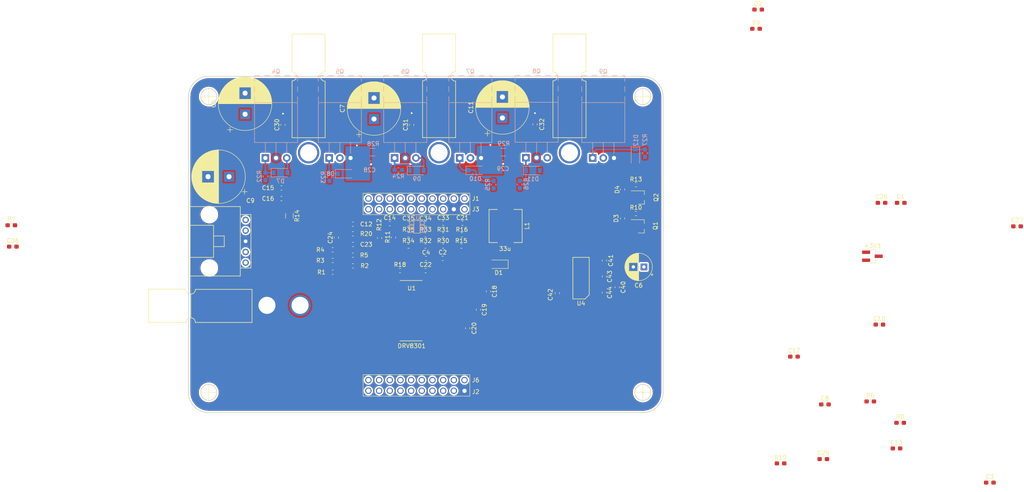
<source format=kicad_pcb>
(kicad_pcb (version 20171130) (host pcbnew "(5.1.2)-1")
  (layers (0 F.Cu signal) (1 In1.Cu signal) (2 In2.Cu signal) (31 B.Cu signal) (34 B.Paste user) (35 F.Paste user) (36 B.SilkS user) (37 F.SilkS user) (38 B.Mask user) (39 F.Mask user) (44 Edge.Cuts user))
  (net 0 "")
  (net 1 "Net-(C13-Pad2)")
  (net 2 "Net-(C16-Pad2)")
  (net 3 "Net-(C17-Pad1)")
  (net 4 "Net-(C17-Pad2)")
  (net 5 "Net-(C18-Pad1)")
  (net 6 "Net-(C19-Pad1)")
  (net 7 "Net-(C20-Pad1)")
  (net 8 "Net-(C22-Pad2)")
  (net 9 "Net-(C23-Pad2)")
  (net 10 "Net-(C24-Pad2)")
  (net 11 "Net-(C25-Pad2)")
  (net 12 "Net-(C26-Pad2)")
  (net 13 "Net-(C27-Pad2)")
  (net 14 "Net-(C40-Pad2)")
  (net 15 "Net-(C41-Pad1)")
  (net 16 "Net-(C43-Pad1)")
  (net 17 "Net-(C43-Pad2)")
  (net 18 "Net-(C44-Pad2)")
  (net 19 "Net-(C44-Pad1)")
  (net 20 "Net-(D4-Pad1)")
  (net 21 "Net-(R4-Pad2)")
  (net 22 "Net-(R11-Pad2)")
  (net 23 "Net-(R12-Pad1)")
  (net 24 "Net-(R18-Pad1)")
  (net 25 "Net-(R19-Pad1)")
  (net 26 GND)
  (net 27 +3V3)
  (net 28 "Net-(D3-Pad1)")
  (net 29 "Net-(D2-Pad1)")
  (net 30 SL_TX)
  (net 31 SL_RX)
  (net 32 UART_RX)
  (net 33 UART_TX)
  (net 34 PVDD)
  (net 35 SO2)
  (net 36 "Net-(C13-Pad1)")
  (net 37 SO1)
  (net 38 SH_A)
  (net 39 SH_B)
  (net 40 SH_C)
  (net 41 PVDDSENSE)
  (net 42 SL_A)
  (net 43 SL_B)
  (net 44 ASENSE)
  (net 45 BSENSE)
  (net 46 CSENSE)
  (net 47 "Net-(Conn1-Pad1)")
  (net 48 "Net-(Conn1-Pad2)")
  (net 49 "Net-(D3-Pad2)")
  (net 50 "Net-(D4-Pad2)")
  (net 51 /MGH_A_M1)
  (net 52 /MGL_A_M1)
  (net 53 /MGH_B_M1)
  (net 54 /MGL_B_M1)
  (net 55 /MGH_C_M1)
  (net 56 /MGL_C_M1)
  (net 57 NFAULT)
  (net 58 NOCTW)
  (net 59 PWRGD)
  (net 60 DC_CAL)
  (net 61 EN_GATE)
  (net 62 GH_A)
  (net 63 GL_A)
  (net 64 GH_B)
  (net 65 GL_B)
  (net 66 GH_C)
  (net 67 GL_C)
  (net 68 NSCS)
  (net 69 SDI)
  (net 70 SDO)
  (net 71 SCLK)
  (net 72 INH_A)
  (net 73 INL_A)
  (net 74 INH_B)
  (net 75 INL_B)
  (net 76 INH_C)
  (net 77 INL_C)
  (net 78 "Net-(U1-Pad51)")
  (net 79 "Net-(U1-Pad55)")
  (net 80 "Net-(U4-Pad7)")
  (net 81 "Net-(U4-Pad8)")
  (net 82 "Net-(U4-Pad9)")
  (net 83 "Net-(U4-Pad10)")
  (net 84 PWM_IN)
  (net 85 "Net-(U3-PadPE3)")
  (net 86 "Net-(U3-PadRST)")
  (net 87 "Net-(U3-PadPF0)")
  (net 88 "Net-(U3-PadPF1)")
  (net 89 "Net-(U3-PadPB5)")
  (net 90 "Net-(U3-PadPE4)")
  (net 91 "Net-(U3-PadPE5)")
  (net 92 "Net-(U3-PadPA5)")
  (net 93 "Net-(U3-PadPC7)")
  (net 94 "Net-(U3-PadPD6)")
  (net 95 "Net-(U3-PadPD7)")
  (net 96 "Net-(U3-PadPF4)")
  (net 97 "Net-(U3-PadPE0)")
  (module Package_TO_SOT_SMD:SOT-23_Handsoldering (layer F.Cu) (at 246.888 97.536)
    (fp_text reference +3V3 (at 0 -2.5) (layer F.SilkS))
    (fp_text value TEST)
    (pad 1 smd rect (at -1.5 -0.95) (size 1.9 0.8) (layers F.Cu F.Paste F.Mask) (net 27 +3V3))
    (pad 2 smd rect (at -1.5 0.95) (size 1.9 0.8) (layers F.Cu F.Paste F.Mask))
    (pad 3 smd rect (at 1.5 0) (size 1.9 0.8) (layers F.Cu F.Paste F.Mask))
  )
  (module Capacitor_SMD:C_0603_1608Metric_Pad1.05x0.95mm_HandSolder (layer F.Cu) (at 253.633 84.836)
    (fp_text reference C1 (at 0 -1.43) (layer F.SilkS))
    (fp_text value 0.1u)
    (pad 1 smd roundrect (at -0.875 0) (size 1.05 0.95) (layers F.Cu F.Paste F.Mask) (net 27 +3V3))
    (pad 2 smd roundrect (at 0.875 0) (size 1.05 0.95) (layers F.Cu F.Paste F.Mask) (net 26 GND))
  )
  (module Capacitor_SMD:C_0603_1608Metric_Pad1.05x0.95mm_HandSolder (layer F.Cu) (at 144.667 98.044)
    (fp_text reference C2 (at 0 -1.43) (layer F.SilkS))
    (fp_text value 4.7u)
    (pad 2 smd roundrect (at 0.875 0) (size 1.05 0.95) (layers F.Cu F.Paste F.Mask) (net 26 GND))
    (pad 1 smd roundrect (at -0.875 0) (size 1.05 0.95) (layers F.Cu F.Paste F.Mask) (net 34 PVDD))
  )
  (module Capacitor_SMD:C_0603_1608Metric_Pad1.05x0.95mm_HandSolder (layer F.Cu) (at 274.828 151.384)
    (fp_text reference C3 (at 0 -1.43) (layer F.SilkS))
    (fp_text value 1u)
    (pad 2 smd roundrect (at 0.875 0) (size 1.05 0.95) (layers F.Cu F.Paste F.Mask) (net 26 GND))
    (pad 1 smd roundrect (at -0.875 0) (size 1.05 0.95) (layers F.Cu F.Paste F.Mask) (net 27 +3V3))
  )
  (module Capacitor_SMD:C_0603_1608Metric_Pad1.05x0.95mm_HandSolder (layer F.Cu) (at 140.702 98.044 180)
    (fp_text reference C4 (at -0.014 1.397) (layer F.SilkS))
    (fp_text value 0.1u)
    (pad 1 smd roundrect (at -0.875 0 180) (size 1.05 0.95) (layers F.Cu F.Paste F.Mask) (net 34 PVDD))
    (pad 2 smd roundrect (at 0.875 0 180) (size 1.05 0.95) (layers F.Cu F.Paste F.Mask) (net 26 GND))
  )
  (module Capacitor_THT:CP_Radial_D12.5mm_P5.00mm (layer F.Cu) (at 97.663 63.754 90)
    (fp_text reference C5 (at 2.5 -7.5 90) (layer F.SilkS))
    (fp_text value 470u)
    (pad 2 thru_hole circle (at 5 0 90) (size 2.4 2.4) (drill 1.2) (layers *.Cu *.Mask) (net 26 GND))
    (pad 1 thru_hole rect (at 0 0 90) (size 2.4 2.4) (drill 1.2) (layers *.Cu *.Mask) (net 34 PVDD))
  )
  (module Capacitor_THT:CP_Radial_D6.3mm_P2.50mm (layer F.Cu) (at 192.532 100.076 180)
    (fp_text reference C6 (at 1.25 -4.4) (layer F.SilkS))
    (fp_text value 47u)
    (pad 1 thru_hole rect (at 0 0 180) (size 1.6 1.6) (drill 0.8) (layers *.Cu *.Mask) (net 27 +3V3))
    (pad 2 thru_hole circle (at 2.5 0 180) (size 1.6 1.6) (drill 0.8) (layers *.Cu *.Mask) (net 26 GND))
  )
  (module Capacitor_THT:CP_Radial_D12.5mm_P5.00mm (layer F.Cu) (at 128.3335 64.897 90)
    (fp_text reference C7 (at 2.5 -7.5 90) (layer F.SilkS))
    (fp_text value 470u)
    (pad 1 thru_hole rect (at 0 0 90) (size 2.4 2.4) (drill 1.2) (layers *.Cu *.Mask) (net 34 PVDD))
    (pad 2 thru_hole circle (at 5 0 90) (size 2.4 2.4) (drill 1.2) (layers *.Cu *.Mask) (net 26 GND))
  )
  (module Capacitor_SMD:C_0603_1608Metric_Pad1.05x0.95mm_HandSolder (layer F.Cu) (at 235.597701 132.789901)
    (fp_text reference C8 (at 0 -1.43) (layer F.SilkS))
    (fp_text value 4.7u)
    (pad 2 smd roundrect (at 0.875 0) (size 1.05 0.95) (layers F.Cu F.Paste F.Mask) (net 26 GND))
    (pad 1 smd roundrect (at -0.875 0) (size 1.05 0.95) (layers F.Cu F.Paste F.Mask) (net 34 PVDD))
  )
  (module Capacitor_THT:CP_Radial_D12.5mm_P5.00mm (layer F.Cu) (at 93.853 78.613 180)
    (fp_text reference C9 (at -5.08 -5.715) (layer F.SilkS))
    (fp_text value 470u)
    (pad 2 thru_hole circle (at 5 0 180) (size 2.4 2.4) (drill 1.2) (layers *.Cu *.Mask) (net 26 GND))
    (pad 1 thru_hole rect (at 0 0 180) (size 2.4 2.4) (drill 1.2) (layers *.Cu *.Mask) (net 34 PVDD))
  )
  (module Capacitor_SMD:C_0603_1608Metric_Pad1.05x0.95mm_HandSolder (layer F.Cu) (at 248.553 113.792)
    (fp_text reference C10 (at 0 -1.43) (layer F.SilkS))
    (fp_text value 0.1u)
    (pad 1 smd roundrect (at -0.875 0) (size 1.05 0.95) (layers F.Cu F.Paste F.Mask) (net 34 PVDD))
    (pad 2 smd roundrect (at 0.875 0) (size 1.05 0.95) (layers F.Cu F.Paste F.Mask) (net 26 GND))
  )
  (module Capacitor_THT:CP_Radial_D12.5mm_P5.00mm (layer F.Cu) (at 158.877 64.643 90)
    (fp_text reference C11 (at 2.5 -7.5 90) (layer F.SilkS))
    (fp_text value 470u)
    (pad 2 thru_hole circle (at 5 0 90) (size 2.4 2.4) (drill 1.2) (layers *.Cu *.Mask) (net 26 GND))
    (pad 1 thru_hole rect (at 0 0 90) (size 2.4 2.4) (drill 1.2) (layers *.Cu *.Mask) (net 34 PVDD))
  )
  (module Capacitor_SMD:C_0603_1608Metric_Pad1.05x0.95mm_HandSolder (layer F.Cu) (at 123.303 89.916 180)
    (fp_text reference C12 (at -3.189 0) (layer F.SilkS))
    (fp_text value 2200p)
    (pad 1 smd roundrect (at -0.875 0 180) (size 1.05 0.95) (layers F.Cu F.Paste F.Mask) (net 35 SO2))
    (pad 2 smd roundrect (at 0.875 0 180) (size 1.05 0.95) (layers F.Cu F.Paste F.Mask) (net 26 GND))
  )
  (module Capacitor_SMD:C_0603_1608Metric_Pad1.05x0.95mm_HandSolder (layer F.Cu) (at 252.617 143.256)
    (fp_text reference C13 (at 0 -1.43) (layer F.SilkS))
    (fp_text value 0.1u)
    (pad 2 smd roundrect (at 0.875 0) (size 1.05 0.95) (layers F.Cu F.Paste F.Mask) (net 1 "Net-(C13-Pad2)"))
    (pad 1 smd roundrect (at -0.875 0) (size 1.05 0.95) (layers F.Cu F.Paste F.Mask) (net 36 "Net-(C13-Pad1)"))
  )
  (module Capacitor_SMD:C_0603_1608Metric_Pad1.05x0.95mm_HandSolder (layer F.Cu) (at 132.08 89.789 180)
    (fp_text reference C14 (at 0 1.397) (layer F.SilkS))
    (fp_text value 2200p)
    (pad 2 smd roundrect (at 0.875 0 180) (size 1.05 0.95) (layers F.Cu F.Paste F.Mask) (net 26 GND))
    (pad 1 smd roundrect (at -0.875 0 180) (size 1.05 0.95) (layers F.Cu F.Paste F.Mask) (net 37 SO1))
  )
  (module Capacitor_SMD:C_0603_1608Metric_Pad1.05x0.95mm_HandSolder (layer F.Cu) (at 106.313 81.28)
    (fp_text reference C15 (at -3.189 0) (layer F.SilkS))
    (fp_text value 0.1u)
    (pad 2 smd roundrect (at 0.875 0) (size 1.05 0.95) (layers F.Cu F.Paste F.Mask) (net 26 GND))
    (pad 1 smd roundrect (at -0.875 0) (size 1.05 0.95) (layers F.Cu F.Paste F.Mask) (net 34 PVDD))
  )
  (module Capacitor_SMD:C_0603_1608Metric_Pad1.05x0.95mm_HandSolder (layer F.Cu) (at 106.313 83.82)
    (fp_text reference C16 (at -3.189 0) (layer F.SilkS))
    (fp_text value 0.01u)
    (pad 1 smd roundrect (at -0.875 0) (size 1.05 0.95) (layers F.Cu F.Paste F.Mask) (net 34 PVDD))
    (pad 2 smd roundrect (at 0.875 0) (size 1.05 0.95) (layers F.Cu F.Paste F.Mask) (net 2 "Net-(C16-Pad2)"))
  )
  (module Capacitor_SMD:C_0603_1608Metric_Pad1.05x0.95mm_HandSolder (layer F.Cu) (at 228.233 121.412)
    (fp_text reference C17 (at 0 -1.43) (layer F.SilkS))
    (fp_text value .022u)
    (pad 1 smd roundrect (at -0.875 0) (size 1.05 0.95) (layers F.Cu F.Paste F.Mask) (net 3 "Net-(C17-Pad1)"))
    (pad 2 smd roundrect (at 0.875 0) (size 1.05 0.95) (layers F.Cu F.Paste F.Mask) (net 4 "Net-(C17-Pad2)"))
  )
  (module Capacitor_SMD:C_0603_1608Metric_Pad1.05x0.95mm_HandSolder (layer F.Cu) (at 155.575 105.918 270)
    (fp_text reference C18 (at 0 -1.43 90) (layer F.SilkS))
    (fp_text value 0.1u)
    (pad 2 smd roundrect (at 0.875 0 270) (size 1.05 0.95) (layers F.Cu F.Paste F.Mask) (net 38 SH_A))
    (pad 1 smd roundrect (at -0.875 0 270) (size 1.05 0.95) (layers F.Cu F.Paste F.Mask) (net 5 "Net-(C18-Pad1)"))
  )
  (module Capacitor_SMD:C_0603_1608Metric_Pad1.05x0.95mm_HandSolder (layer F.Cu) (at 153.162 110.25 270)
    (fp_text reference C19 (at 0 -1.43 90) (layer F.SilkS))
    (fp_text value 0.1u)
    (pad 1 smd roundrect (at -0.875 0 270) (size 1.05 0.95) (layers F.Cu F.Paste F.Mask) (net 6 "Net-(C19-Pad1)"))
    (pad 2 smd roundrect (at 0.875 0 270) (size 1.05 0.95) (layers F.Cu F.Paste F.Mask) (net 39 SH_B))
  )
  (module Capacitor_SMD:C_0603_1608Metric_Pad1.05x0.95mm_HandSolder (layer F.Cu) (at 150.622 114.667 90)
    (fp_text reference C20 (at 0 1.524 90) (layer F.SilkS))
    (fp_text value 0.1u)
    (pad 2 smd roundrect (at 0.875 0 90) (size 1.05 0.95) (layers F.Cu F.Paste F.Mask) (net 40 SH_C))
    (pad 1 smd roundrect (at -0.875 0 90) (size 1.05 0.95) (layers F.Cu F.Paste F.Mask) (net 7 "Net-(C20-Pad1)"))
  )
  (module Capacitor_SMD:C_0603_1608Metric_Pad1.05x0.95mm_HandSolder (layer F.Cu) (at 149.366 89.662)
    (fp_text reference C21 (at -0.014 -1.27) (layer F.SilkS))
    (fp_text value 0.1u)
    (pad 2 smd roundrect (at 0.875 0) (size 1.05 0.95) (layers F.Cu F.Paste F.Mask) (net 26 GND))
    (pad 1 smd roundrect (at -0.875 0) (size 1.05 0.95) (layers F.Cu F.Paste F.Mask) (net 41 PVDDSENSE))
  )
  (module Capacitor_SMD:C_0603_1608Metric_Pad1.05x0.95mm_HandSolder (layer F.Cu) (at 140.603 100.965)
    (fp_text reference C22 (at 0 -1.43) (layer F.SilkS))
    (fp_text value 0.015u)
    (pad 2 smd roundrect (at 0.875 0) (size 1.05 0.95) (layers F.Cu F.Paste F.Mask) (net 8 "Net-(C22-Pad2)"))
    (pad 1 smd roundrect (at -0.875 0) (size 1.05 0.95) (layers F.Cu F.Paste F.Mask) (net 26 GND))
  )
  (module Capacitor_SMD:C_0603_1608Metric_Pad1.05x0.95mm_HandSolder (layer F.Cu) (at 123.331 94.742)
    (fp_text reference C23 (at 3.161 0) (layer F.SilkS))
    (fp_text value 120p)
    (pad 1 smd roundrect (at -0.875 0) (size 1.05 0.95) (layers F.Cu F.Paste F.Mask) (net 26 GND))
    (pad 2 smd roundrect (at 0.875 0) (size 1.05 0.95) (layers F.Cu F.Paste F.Mask) (net 9 "Net-(C23-Pad2)"))
  )
  (module Capacitor_SMD:C_0603_1608Metric_Pad1.05x0.95mm_HandSolder (layer F.Cu) (at 119.38 93.105 90)
    (fp_text reference C24 (at 0 -1.43 90) (layer F.SilkS))
    (fp_text value 6800p)
    (pad 1 smd roundrect (at -0.875 0 90) (size 1.05 0.95) (layers F.Cu F.Paste F.Mask) (net 26 GND))
    (pad 2 smd roundrect (at 0.875 0 90) (size 1.05 0.95) (layers F.Cu F.Paste F.Mask) (net 10 "Net-(C24-Pad2)"))
  )
  (module Capacitor_SMD:C_0603_1608Metric_Pad1.05x0.95mm_HandSolder (layer F.Cu) (at 235.204 145.796)
    (fp_text reference C25 (at 0 -1.43) (layer F.SilkS))
    (fp_text value 2.2u)
    (pad 1 smd roundrect (at -0.875 0) (size 1.05 0.95) (layers F.Cu F.Paste F.Mask) (net 26 GND))
    (pad 2 smd roundrect (at 0.875 0) (size 1.05 0.95) (layers F.Cu F.Paste F.Mask) (net 11 "Net-(C25-Pad2)"))
  )
  (module Capacitor_SMD:C_0603_1608Metric_Pad1.05x0.95mm_HandSolder (layer F.Cu) (at 249.061 84.836)
    (fp_text reference C26 (at 0 -1.43) (layer F.SilkS))
    (fp_text value 1u)
    (pad 2 smd roundrect (at 0.875 0) (size 1.05 0.95) (layers F.Cu F.Paste F.Mask) (net 12 "Net-(C26-Pad2)"))
    (pad 1 smd roundrect (at -0.875 0) (size 1.05 0.95) (layers F.Cu F.Paste F.Mask) (net 26 GND))
  )
  (module Capacitor_SMD:C_0603_1608Metric_Pad1.05x0.95mm_HandSolder (layer F.Cu) (at 281.297701 90.424)
    (fp_text reference C27 (at 0 -1.43) (layer F.SilkS))
    (fp_text value 1u)
    (pad 1 smd roundrect (at -0.875 0) (size 1.05 0.95) (layers F.Cu F.Paste F.Mask) (net 26 GND))
    (pad 2 smd roundrect (at 0.875 0) (size 1.05 0.95) (layers F.Cu F.Paste F.Mask) (net 13 "Net-(C27-Pad2)"))
  )
  (module Capacitor_SMD:C_0603_1608Metric_Pad1.05x0.95mm_HandSolder (layer B.Cu) (at 127.522 75.3745)
    (fp_text reference C28 (at -0.24 1.651 180) (layer B.SilkS) (effects (justify mirror)))
    (fp_text value 1000p)
    (pad 2 smd roundrect (at 0.875 0) (size 1.05 0.95) (layers B.Cu B.Paste B.Mask) (net 26 GND))
    (pad 1 smd roundrect (at -0.875 0) (size 1.05 0.95) (layers B.Cu B.Paste B.Mask) (net 42 SL_A))
  )
  (module Capacitor_SMD:C_0603_1608Metric_Pad1.05x0.95mm_HandSolder (layer B.Cu) (at 159.018 75.311)
    (fp_text reference C29 (at 0 1.43) (layer B.SilkS) (effects (justify mirror)))
    (fp_text value 1000p)
    (pad 2 smd roundrect (at 0.875 0) (size 1.05 0.95) (layers B.Cu B.Paste B.Mask) (net 26 GND))
    (pad 1 smd roundrect (at -0.875 0) (size 1.05 0.95) (layers B.Cu B.Paste B.Mask) (net 43 SL_B))
  )
  (module Capacitor_SMD:C_0603_1608Metric_Pad1.05x0.95mm_HandSolder (layer F.Cu) (at 106.68 66.28 90)
    (fp_text reference C30 (at 0 -1.43 90) (layer F.SilkS))
    (fp_text value 2.2u)
    (pad 1 smd roundrect (at -0.875 0 90) (size 1.05 0.95) (layers F.Cu F.Paste F.Mask) (net 34 PVDD))
    (pad 2 smd roundrect (at 0.875 0 90) (size 1.05 0.95) (layers F.Cu F.Paste F.Mask) (net 26 GND))
  )
  (module Capacitor_SMD:C_0603_1608Metric_Pad1.05x0.95mm_HandSolder (layer F.Cu) (at 137.287 66.294 90)
    (fp_text reference C31 (at 0 -1.43 90) (layer F.SilkS))
    (fp_text value 2.2u)
    (pad 2 smd roundrect (at 0.875 0 90) (size 1.05 0.95) (layers F.Cu F.Paste F.Mask) (net 26 GND))
    (pad 1 smd roundrect (at -0.875 0 90) (size 1.05 0.95) (layers F.Cu F.Paste F.Mask) (net 34 PVDD))
  )
  (module Capacitor_SMD:C_0603_1608Metric_Pad1.05x0.95mm_HandSolder (layer F.Cu) (at 166.624 66.167 90)
    (fp_text reference C32 (at 0 1.651 90) (layer F.SilkS))
    (fp_text value 2.2u)
    (pad 1 smd roundrect (at -0.875 0 90) (size 1.05 0.95) (layers F.Cu F.Paste F.Mask) (net 34 PVDD))
    (pad 2 smd roundrect (at 0.875 0 90) (size 1.05 0.95) (layers F.Cu F.Paste F.Mask) (net 26 GND))
  )
  (module Capacitor_SMD:C_0603_1608Metric_Pad1.05x0.95mm_HandSolder (layer F.Cu) (at 144.78 89.662)
    (fp_text reference C33 (at 0 -1.27) (layer F.SilkS))
    (fp_text value 0.1u)
    (pad 2 smd roundrect (at 0.875 0) (size 1.05 0.95) (layers F.Cu F.Paste F.Mask) (net 26 GND))
    (pad 1 smd roundrect (at -0.875 0) (size 1.05 0.95) (layers F.Cu F.Paste F.Mask) (net 44 ASENSE))
  )
  (module Capacitor_SMD:C_0603_1608Metric_Pad1.05x0.95mm_HandSolder (layer F.Cu) (at 140.603 89.789)
    (fp_text reference C34 (at 0 -1.27) (layer F.SilkS))
    (fp_text value 0.1u)
    (pad 2 smd roundrect (at 0.875 0) (size 1.05 0.95) (layers F.Cu F.Paste F.Mask) (net 26 GND))
    (pad 1 smd roundrect (at -0.875 0) (size 1.05 0.95) (layers F.Cu F.Paste F.Mask) (net 45 BSENSE))
  )
  (module Capacitor_SMD:C_0603_1608Metric_Pad1.05x0.95mm_HandSolder (layer F.Cu) (at 136.539 89.789 180)
    (fp_text reference C35 (at 0.014 1.27) (layer F.SilkS))
    (fp_text value 0.1u)
    (pad 2 smd roundrect (at 0.875 0 180) (size 1.05 0.95) (layers F.Cu F.Paste F.Mask) (net 26 GND))
    (pad 1 smd roundrect (at -0.875 0 180) (size 1.05 0.95) (layers F.Cu F.Paste F.Mask) (net 46 CSENSE))
  )
  (module Capacitor_SMD:C_0603_1608Metric_Pad1.05x0.95mm_HandSolder (layer F.Cu) (at 42.418 95.25)
    (fp_text reference C36 (at 0 -1.43) (layer F.SilkS))
    (fp_text value ".015 uF")
    (pad 1 smd roundrect (at -0.875 0) (size 1.05 0.95) (layers F.Cu F.Paste F.Mask) (net 84 PWM_IN))
    (pad 2 smd roundrect (at 0.875 0) (size 1.05 0.95) (layers F.Cu F.Paste F.Mask) (net 26 GND))
  )
  (module Capacitor_SMD:C_0603_1608Metric_Pad1.05x0.95mm_HandSolder (layer F.Cu) (at 186.182 104.902 270)
    (fp_text reference C40 (at 0 -1.43 90) (layer F.SilkS))
    (fp_text value 0.1u)
    (pad 2 smd roundrect (at 0.875 0 270) (size 1.05 0.95) (layers F.Cu F.Paste F.Mask) (net 14 "Net-(C40-Pad2)"))
    (pad 1 smd roundrect (at -0.875 0 270) (size 1.05 0.95) (layers F.Cu F.Paste F.Mask) (net 26 GND))
  )
  (module Capacitor_SMD:C_0603_1608Metric_Pad1.05x0.95mm_HandSolder (layer F.Cu) (at 183.134 98.552 90)
    (fp_text reference C41 (at 0 1.524 90) (layer F.SilkS))
    (fp_text value 0.1u)
    (pad 1 smd roundrect (at -0.875 0 90) (size 1.05 0.95) (layers F.Cu F.Paste F.Mask) (net 15 "Net-(C41-Pad1)"))
    (pad 2 smd roundrect (at 0.875 0 90) (size 1.05 0.95) (layers F.Cu F.Paste F.Mask) (net 26 GND))
  )
  (module Capacitor_SMD:C_0603_1608Metric_Pad1.05x0.95mm_HandSolder (layer F.Cu) (at 171.958 106.313 270)
    (fp_text reference C42 (at 0.367 1.665 90) (layer F.SilkS))
    (fp_text value 0.1u)
    (pad 1 smd roundrect (at -0.875 0 270) (size 1.05 0.95) (layers F.Cu F.Paste F.Mask) (net 26 GND))
    (pad 2 smd roundrect (at 0.875 0 270) (size 1.05 0.95) (layers F.Cu F.Paste F.Mask) (net 27 +3V3))
  )
  (module Capacitor_SMD:C_0603_1608Metric_Pad1.05x0.95mm_HandSolder (layer F.Cu) (at 183.134 102.362 90)
    (fp_text reference C43 (at 0 1.27 90) (layer F.SilkS))
    (fp_text value 0.1u)
    (pad 1 smd roundrect (at -0.875 0 90) (size 1.05 0.95) (layers F.Cu F.Paste F.Mask) (net 16 "Net-(C43-Pad1)"))
    (pad 2 smd roundrect (at 0.875 0 90) (size 1.05 0.95) (layers F.Cu F.Paste F.Mask) (net 17 "Net-(C43-Pad2)"))
  )
  (module Capacitor_SMD:C_0603_1608Metric_Pad1.05x0.95mm_HandSolder (layer F.Cu) (at 183.134 106.172 90)
    (fp_text reference C44 (at 0 1.27 90) (layer F.SilkS))
    (fp_text value 0.1u)
    (pad 2 smd roundrect (at 0.875 0 90) (size 1.05 0.95) (layers F.Cu F.Paste F.Mask) (net 18 "Net-(C44-Pad2)"))
    (pad 1 smd roundrect (at -0.875 0 90) (size 1.05 0.95) (layers F.Cu F.Paste F.Mask) (net 19 "Net-(C44-Pad1)"))
  )
  (module MRDT_Connectors:MOLEX_SL_05_Horizontal (layer F.Cu) (at 97.79 93.98 90)
    (fp_text reference Conn1 hide)
    (fp_text value Molex_SL_05)
    (pad 1 thru_hole circle (at -5.08 0 90) (size 1.524 1.524) (drill 0.9) (layers *.Cu *.Mask) (net 47 "Net-(Conn1-Pad1)"))
    (pad 2 thru_hole circle (at -2.54 0 90) (size 1.524 1.524) (drill 0.9) (layers *.Cu *.Mask) (net 48 "Net-(Conn1-Pad2)"))
    (pad 3 thru_hole circle (at 0 0 90) (size 1.524 1.524) (drill 0.9) (layers *.Cu *.Mask) (net 26 GND))
    (pad 4 thru_hole circle (at 2.54 0 90) (size 1.524 1.524) (drill 0.9) (layers *.Cu *.Mask) (net 31 SL_RX))
    (pad 5 thru_hole circle (at 5.08 0 90) (size 1.524 1.524) (drill 0.9) (layers *.Cu *.Mask) (net 30 SL_TX))
    (pad "" np_thru_hole circle (at -6.35 -8.636 90) (size 3.45 3.45) (drill 3.45) (layers *.Cu *.Mask))
    (pad "" np_thru_hole circle (at 6.35 -8.636 90) (size 3.45 3.45) (drill 3.45) (layers *.Cu *.Mask))
  )
  (module MRDT_Connectors:Anderson_2_Horizontal_Stacked (layer F.Cu) (at 102.87 109.22)
    (fp_text reference Conn3 hide)
    (fp_text value AndersonPP)
    (pad 1 thru_hole circle (at 0 0) (size 5.08 5.08) (drill 4.06) (layers *.Cu *.Mask F.Paste) (net 26 GND))
    (pad 4 thru_hole circle (at 7.874 0) (size 5.08 5.08) (drill 4.06) (layers *.Cu *.Mask F.Paste) (net 34 PVDD))
  )
  (module MRDT_Connectors:Anderson_1_Horizontal (layer F.Cu) (at 108.839 69.342 270)
    (fp_text reference Conn4 hide)
    (fp_text value SH_A_M1_PP)
    (pad 1 thru_hole circle (at 3.5814 -3.937 270) (size 5.08 5.08) (drill 4.06) (layers *.Cu *.Mask F.Paste) (net 38 SH_A))
  )
  (module MRDT_Connectors:Anderson_1_Horizontal (layer F.Cu) (at 139.8778 69.3166 270)
    (fp_text reference Conn5 hide)
    (fp_text value SH_B_M1_PP)
    (pad 1 thru_hole circle (at 3.5814 -3.937 270) (size 5.08 5.08) (drill 4.06) (layers *.Cu *.Mask F.Paste) (net 39 SH_B))
  )
  (module MRDT_Connectors:Anderson_1_Horizontal (layer F.Cu) (at 170.8912 69.342 270)
    (fp_text reference Conn6 hide)
    (fp_text value SH_C_M1_PP)
    (pad 1 thru_hole circle (at 3.5814 -3.937 270) (size 5.08 5.08) (drill 4.06) (layers *.Cu *.Mask F.Paste) (net 40 SH_C))
  )
  (module Diode_SMD:D_SOD-123 (layer F.Cu) (at 157.989 99.441 180)
    (fp_text reference D1 (at 0 -2) (layer F.SilkS))
    (fp_text value D_Shottky)
    (pad 2 smd rect (at 1.65 0 180) (size 0.9 1.2) (layers F.Cu F.Paste F.Mask) (net 26 GND))
    (pad 1 smd rect (at -1.65 0 180) (size 0.9 1.2) (layers F.Cu F.Paste F.Mask) (net 36 "Net-(C13-Pad1)"))
  )
  (module Inductor_SMD:L_0603_1608Metric_Pad1.05x0.95mm_HandSolder (layer F.Cu) (at 219.71 38.862)
    (fp_text reference D2 (at 0 -1.43) (layer F.SilkS))
    (fp_text value LED)
    (pad 1 smd roundrect (at -0.875 0) (size 1.05 0.95) (layers F.Cu F.Paste F.Mask) (net 29 "Net-(D2-Pad1)"))
    (pad 2 smd roundrect (at 0.875 0) (size 1.05 0.95) (layers F.Cu F.Paste F.Mask) (net 27 +3V3))
  )
  (module Inductor_SMD:L_0603_1608Metric_Pad1.05x0.95mm_HandSolder (layer F.Cu) (at 187.452 88.533 270)
    (fp_text reference D3 (at 0 1.524 90) (layer F.SilkS))
    (fp_text value LED)
    (pad 2 smd roundrect (at 0.875 0 270) (size 1.05 0.95) (layers F.Cu F.Paste F.Mask) (net 49 "Net-(D3-Pad2)"))
    (pad 1 smd roundrect (at -0.875 0 270) (size 1.05 0.95) (layers F.Cu F.Paste F.Mask) (net 28 "Net-(D3-Pad1)"))
  )
  (module Inductor_SMD:L_0603_1608Metric_Pad1.05x0.95mm_HandSolder (layer F.Cu) (at 187.452 81.675 270)
    (fp_text reference D4 (at 0 1.27 90) (layer F.SilkS))
    (fp_text value LED)
    (pad 1 smd roundrect (at -0.875 0 270) (size 1.05 0.95) (layers F.Cu F.Paste F.Mask) (net 20 "Net-(D4-Pad1)"))
    (pad 2 smd roundrect (at 0.875 0 270) (size 1.05 0.95) (layers F.Cu F.Paste F.Mask) (net 50 "Net-(D4-Pad2)"))
  )
  (module Diode_SMD:D_SOD-123 (layer B.Cu) (at 106.1075 77.6605)
    (fp_text reference D7 (at 0 2) (layer B.SilkS) (effects (justify mirror)))
    (fp_text value 15V)
    (pad 2 smd rect (at 1.65 0) (size 0.9 1.2) (layers B.Cu B.Paste B.Mask) (net 38 SH_A))
    (pad 1 smd rect (at -1.65 0) (size 0.9 1.2) (layers B.Cu B.Paste B.Mask) (net 51 /MGH_A_M1))
  )
  (module Diode_SMD:D_SOD-123 (layer B.Cu) (at 121.411 77.9145)
    (fp_text reference D8 (at -3.429 0) (layer B.SilkS) (effects (justify mirror)))
    (fp_text value 15V)
    (pad 2 smd rect (at 1.65 0) (size 0.9 1.2) (layers B.Cu B.Paste B.Mask) (net 42 SL_A))
    (pad 1 smd rect (at -1.65 0) (size 0.9 1.2) (layers B.Cu B.Paste B.Mask) (net 52 /MGL_A_M1))
  )
  (module Diode_SMD:D_SOD-123 (layer B.Cu) (at 138.4935 77.1525)
    (fp_text reference D9 (at 0.0635 1.9685) (layer B.SilkS) (effects (justify mirror)))
    (fp_text value 15V)
    (pad 2 smd rect (at 1.65 0) (size 0.9 1.2) (layers B.Cu B.Paste B.Mask) (net 39 SH_B))
    (pad 1 smd rect (at -1.65 0) (size 0.9 1.2) (layers B.Cu B.Paste B.Mask) (net 53 /MGH_B_M1))
  )
  (module Diode_SMD:D_SOD-123 (layer B.Cu) (at 152.4635 77.089)
    (fp_text reference D10 (at 0 2) (layer B.SilkS) (effects (justify mirror)))
    (fp_text value 15V)
    (pad 1 smd rect (at -1.65 0) (size 0.9 1.2) (layers B.Cu B.Paste B.Mask) (net 54 /MGL_B_M1))
    (pad 2 smd rect (at 1.65 0) (size 0.9 1.2) (layers B.Cu B.Paste B.Mask) (net 43 SL_B))
  )
  (module Diode_SMD:D_SOD-123 (layer B.Cu) (at 166.115 77.1525)
    (fp_text reference D11 (at 0 2) (layer B.SilkS) (effects (justify mirror)))
    (fp_text value 15V)
    (pad 1 smd rect (at -1.65 0) (size 0.9 1.2) (layers B.Cu B.Paste B.Mask) (net 55 /MGH_C_M1))
    (pad 2 smd rect (at 1.65 0) (size 0.9 1.2) (layers B.Cu B.Paste B.Mask) (net 40 SH_C))
  )
  (module Diode_SMD:D_SOD-123 (layer B.Cu) (at 190.5 73.787 270)
    (fp_text reference D12 (at -3.81 -0.127 270) (layer B.SilkS) (effects (justify mirror)))
    (fp_text value 15V)
    (pad 2 smd rect (at 1.65 0 270) (size 0.9 1.2) (layers B.Cu B.Paste B.Mask) (net 26 GND))
    (pad 1 smd rect (at -1.65 0 270) (size 0.9 1.2) (layers B.Cu B.Paste B.Mask) (net 56 /MGL_C_M1))
  )
  (module MRDT_Passives:DR74_330_R (layer F.Cu) (at 159.639 90.3478 270)
    (fp_text reference L1 (at -0.0508 -5.08 90) (layer F.SilkS))
    (fp_text value 33u (at 5.4102 0.127 180) (layer F.SilkS))
    (pad 1 smd rect (at -2.9972 0 270) (size 2.4892 3.2512) (layers F.Cu F.Paste F.Mask) (net 27 +3V3))
    (pad 2 smd rect (at 2.9972 0 270) (size 2.4892 3.2512) (layers F.Cu F.Paste F.Mask) (net 36 "Net-(C13-Pad1)"))
  )
  (module Package_TO_SOT_SMD:SOT-23_Handsoldering (layer F.Cu) (at 191.873 90.424)
    (fp_text reference Q1 (at 3.405 -0.127 90) (layer F.SilkS))
    (fp_text value Q_PMOS_DGS)
    (pad 3 smd rect (at 1.5 0) (size 1.9 0.8) (layers F.Cu F.Paste F.Mask) (net 27 +3V3))
    (pad 2 smd rect (at -1.5 0.95) (size 1.9 0.8) (layers F.Cu F.Paste F.Mask) (net 57 NFAULT))
    (pad 1 smd rect (at -1.5 -0.95) (size 1.9 0.8) (layers F.Cu F.Paste F.Mask) (net 49 "Net-(D3-Pad2)"))
  )
  (module Package_TO_SOT_SMD:SOT-23_Handsoldering (layer F.Cu) (at 191.897 83.566)
    (fp_text reference Q2 (at 3.556 0 270) (layer F.SilkS))
    (fp_text value Q_PMOS_DGS)
    (pad 1 smd rect (at -1.5 -0.95) (size 1.9 0.8) (layers F.Cu F.Paste F.Mask) (net 50 "Net-(D4-Pad2)"))
    (pad 2 smd rect (at -1.5 0.95) (size 1.9 0.8) (layers F.Cu F.Paste F.Mask) (net 58 NOCTW))
    (pad 3 smd rect (at 1.5 0) (size 1.9 0.8) (layers F.Cu F.Paste F.Mask) (net 27 +3V3))
  )
  (module MRDT_Actives:TO-220-3_Horizontal_Reversed_NoHole (layer B.Cu) (at 102.489 74.168)
    (fp_text reference Q4 (at 2.54 -20.58) (layer B.SilkS) (effects (justify mirror)))
    (fp_text value FQP30N06L)
    (pad 3 thru_hole oval (at 5.08 0) (size 1.8 1.8) (drill 1) (layers *.Cu *.Mask) (net 38 SH_A))
    (pad 2 thru_hole oval (at 2.54 0) (size 1.8 1.8) (drill 1) (layers *.Cu *.Mask) (net 34 PVDD))
    (pad 1 thru_hole rect (at 0 0) (size 1.8 1.8) (drill 1) (layers *.Cu *.Mask) (net 51 /MGH_A_M1))
  )
  (module MRDT_Actives:TO-220-3_Horizontal_Reversed_NoHole (layer B.Cu) (at 117.6655 74.168)
    (fp_text reference Q5 (at 2.54 -20.58) (layer B.SilkS) (effects (justify mirror)))
    (fp_text value FQP30N06L)
    (pad 1 thru_hole rect (at 0 0) (size 1.8 1.8) (drill 1) (layers *.Cu *.Mask) (net 52 /MGL_A_M1))
    (pad 2 thru_hole oval (at 2.54 0) (size 1.8 1.8) (drill 1) (layers *.Cu *.Mask) (net 38 SH_A))
    (pad 3 thru_hole oval (at 5.08 0) (size 1.8 1.8) (drill 1) (layers *.Cu *.Mask) (net 42 SL_A))
  )
  (module MRDT_Actives:TO-220-3_Horizontal_Reversed_NoHole (layer B.Cu) (at 133.223 74.168)
    (fp_text reference Q6 (at 2.54 -20.58) (layer B.SilkS) (effects (justify mirror)))
    (fp_text value FQP30N06L)
    (pad 1 thru_hole rect (at 0 0) (size 1.8 1.8) (drill 1) (layers *.Cu *.Mask) (net 53 /MGH_B_M1))
    (pad 2 thru_hole oval (at 2.54 0) (size 1.8 1.8) (drill 1) (layers *.Cu *.Mask) (net 34 PVDD))
    (pad 3 thru_hole oval (at 5.08 0) (size 1.8 1.8) (drill 1) (layers *.Cu *.Mask) (net 39 SH_B))
  )
  (module MRDT_Actives:TO-220-3_Horizontal_Reversed_NoHole (layer B.Cu) (at 148.717 74.168)
    (fp_text reference Q7 (at 2.54 -20.58) (layer B.SilkS) (effects (justify mirror)))
    (fp_text value FQP30N06L)
    (pad 3 thru_hole oval (at 5.08 0) (size 1.8 1.8) (drill 1) (layers *.Cu *.Mask) (net 43 SL_B))
    (pad 2 thru_hole oval (at 2.54 0) (size 1.8 1.8) (drill 1) (layers *.Cu *.Mask) (net 39 SH_B))
    (pad 1 thru_hole rect (at 0 0) (size 1.8 1.8) (drill 1) (layers *.Cu *.Mask) (net 54 /MGL_B_M1))
  )
  (module MRDT_Actives:TO-220-3_Horizontal_Reversed_NoHole (layer B.Cu) (at 164.465 74.1045)
    (fp_text reference Q8 (at 2.54 -20.58) (layer B.SilkS) (effects (justify mirror)))
    (fp_text value FQP30N06L)
    (pad 1 thru_hole rect (at 0 0) (size 1.8 1.8) (drill 1) (layers *.Cu *.Mask) (net 55 /MGH_C_M1))
    (pad 2 thru_hole oval (at 2.54 0) (size 1.8 1.8) (drill 1) (layers *.Cu *.Mask) (net 34 PVDD))
    (pad 3 thru_hole oval (at 5.08 0) (size 1.8 1.8) (drill 1) (layers *.Cu *.Mask) (net 40 SH_C))
  )
  (module MRDT_Actives:TO-220-3_Horizontal_Reversed_NoHole (layer B.Cu) (at 180.34 74.168)
    (fp_text reference Q9 (at 2.54 -20.58) (layer B.SilkS) (effects (justify mirror)))
    (fp_text value FQP30N06L)
    (pad 3 thru_hole oval (at 5.08 0) (size 1.8 1.8) (drill 1) (layers *.Cu *.Mask) (net 26 GND))
    (pad 2 thru_hole oval (at 2.54 0) (size 1.8 1.8) (drill 1) (layers *.Cu *.Mask) (net 40 SH_C))
    (pad 1 thru_hole rect (at 0 0) (size 1.8 1.8) (drill 1) (layers *.Cu *.Mask) (net 56 /MGL_C_M1))
  )
  (module Resistor_SMD:R_0603_1608Metric_Pad1.05x0.95mm_HandSolder (layer F.Cu) (at 118.505 101.346)
    (fp_text reference R1 (at -2.681 0) (layer F.SilkS))
    (fp_text value 10k)
    (pad 2 smd roundrect (at 0.875 0) (size 1.05 0.95) (layers F.Cu F.Paste F.Mask) (net 57 NFAULT))
    (pad 1 smd roundrect (at -0.875 0) (size 1.05 0.95) (layers F.Cu F.Paste F.Mask) (net 27 +3V3))
  )
  (module Resistor_SMD:R_0603_1608Metric_Pad1.05x0.95mm_HandSolder (layer F.Cu) (at 123.317 99.822)
    (fp_text reference R2 (at 2.794 0) (layer F.SilkS))
    (fp_text value 10k)
    (pad 1 smd roundrect (at -0.875 0) (size 1.05 0.95) (layers F.Cu F.Paste F.Mask) (net 27 +3V3))
    (pad 2 smd roundrect (at 0.875 0) (size 1.05 0.95) (layers F.Cu F.Paste F.Mask) (net 58 NOCTW))
  )
  (module Resistor_SMD:R_0603_1608Metric_Pad1.05x0.95mm_HandSolder (layer F.Cu) (at 118.505 98.552)
    (fp_text reference R3 (at -2.935 0) (layer F.SilkS))
    (fp_text value 10k)
    (pad 2 smd roundrect (at 0.875 0) (size 1.05 0.95) (layers F.Cu F.Paste F.Mask) (net 59 PWRGD))
    (pad 1 smd roundrect (at -0.875 0) (size 1.05 0.95) (layers F.Cu F.Paste F.Mask) (net 27 +3V3))
  )
  (module Resistor_SMD:R_0603_1608Metric_Pad1.05x0.95mm_HandSolder (layer F.Cu) (at 118.505 96.012)
    (fp_text reference R4 (at -2.935 0) (layer F.SilkS))
    (fp_text value 31.6k)
    (pad 1 smd roundrect (at -0.875 0) (size 1.05 0.95) (layers F.Cu F.Paste F.Mask) (net 27 +3V3))
    (pad 2 smd roundrect (at 0.875 0) (size 1.05 0.95) (layers F.Cu F.Paste F.Mask) (net 21 "Net-(R4-Pad2)"))
  )
  (module Resistor_SMD:R_0603_1608Metric_Pad1.05x0.95mm_HandSolder (layer F.Cu) (at 123.303 97.282 180)
    (fp_text reference R5 (at -2.681 0) (layer F.SilkS))
    (fp_text value 10k)
    (pad 1 smd roundrect (at -0.875 0 180) (size 1.05 0.95) (layers F.Cu F.Paste F.Mask) (net 21 "Net-(R4-Pad2)"))
    (pad 2 smd roundrect (at 0.875 0 180) (size 1.05 0.95) (layers F.Cu F.Paste F.Mask) (net 26 GND))
  )
  (module Resistor_SMD:R_0603_1608Metric_Pad1.05x0.95mm_HandSolder (layer F.Cu) (at 246.38 132.08)
    (fp_text reference R6 (at 0 -1.43) (layer F.SilkS))
    (fp_text value 1k)
    (pad 2 smd roundrect (at 0.875 0) (size 1.05 0.95) (layers F.Cu F.Paste F.Mask) (net 26 GND))
    (pad 1 smd roundrect (at -0.875 0) (size 1.05 0.95) (layers F.Cu F.Paste F.Mask) (net 60 DC_CAL))
  )
  (module Resistor_SMD:R_0603_1608Metric_Pad1.05x0.95mm_HandSolder (layer F.Cu) (at 42.051 90.17)
    (fp_text reference R7 (at 0 -1.43) (layer F.SilkS))
    (fp_text value R)
    (pad 2 smd roundrect (at 0.875 0) (size 1.05 0.95) (layers F.Cu F.Paste F.Mask) (net 84 PWM_IN))
    (pad 1 smd roundrect (at -0.875 0) (size 1.05 0.95) (layers F.Cu F.Paste F.Mask) (net 47 "Net-(Conn1-Pad1)"))
  )
  (module Resistor_SMD:R_0603_1608Metric_Pad1.05x0.95mm_HandSolder (layer F.Cu) (at 253.492 137.16)
    (fp_text reference R8 (at 0 -1.43) (layer F.SilkS))
    (fp_text value 1k)
    (pad 1 smd roundrect (at -0.875 0) (size 1.05 0.95) (layers F.Cu F.Paste F.Mask) (net 61 EN_GATE))
    (pad 2 smd roundrect (at 0.875 0) (size 1.05 0.95) (layers F.Cu F.Paste F.Mask) (net 26 GND))
  )
  (module Resistor_SMD:R_0603_1608Metric_Pad1.05x0.95mm_HandSolder (layer F.Cu) (at 219.202 43.434)
    (fp_text reference R9 (at 0 -1.43) (layer F.SilkS))
    (fp_text value 500)
    (pad 1 smd roundrect (at -0.875 0) (size 1.05 0.95) (layers F.Cu F.Paste F.Mask) (net 29 "Net-(D2-Pad1)"))
    (pad 2 smd roundrect (at 0.875 0) (size 1.05 0.95) (layers F.Cu F.Paste F.Mask) (net 26 GND))
  )
  (module Resistor_SMD:R_0603_1608Metric_Pad1.05x0.95mm_HandSolder (layer F.Cu) (at 190.641 87.376)
    (fp_text reference R10 (at 0 -1.43) (layer F.SilkS))
    (fp_text value 500)
    (pad 2 smd roundrect (at 0.875 0) (size 1.05 0.95) (layers F.Cu F.Paste F.Mask) (net 26 GND))
    (pad 1 smd roundrect (at -0.875 0) (size 1.05 0.95) (layers F.Cu F.Paste F.Mask) (net 28 "Net-(D3-Pad1)"))
  )
  (module Resistor_SMD:R_0603_1608Metric_Pad1.05x0.95mm_HandSolder (layer F.Cu) (at 132.969 93.077 270)
    (fp_text reference R11 (at -0.113 1.397 90) (layer F.SilkS))
    (fp_text value 56)
    (pad 2 smd roundrect (at 0.875 0 270) (size 1.05 0.95) (layers F.Cu F.Paste F.Mask) (net 22 "Net-(R11-Pad2)"))
    (pad 1 smd roundrect (at -0.875 0 270) (size 1.05 0.95) (layers F.Cu F.Paste F.Mask) (net 37 SO1))
  )
  (module Resistor_SMD:R_0603_1608Metric_Pad1.05x0.95mm_HandSolder (layer F.Cu) (at 129.667 93.204 90)
    (fp_text reference R12 (at 3.161 -0.127 90) (layer F.SilkS))
    (fp_text value 56)
    (pad 1 smd roundrect (at -0.875 0 90) (size 1.05 0.95) (layers F.Cu F.Paste F.Mask) (net 23 "Net-(R12-Pad1)"))
    (pad 2 smd roundrect (at 0.875 0 90) (size 1.05 0.95) (layers F.Cu F.Paste F.Mask) (net 35 SO2))
  )
  (module Resistor_SMD:R_0603_1608Metric_Pad1.05x0.95mm_HandSolder (layer F.Cu) (at 190.641 80.518)
    (fp_text reference R13 (at 0 -1.27) (layer F.SilkS))
    (fp_text value 500)
    (pad 2 smd roundrect (at 0.875 0) (size 1.05 0.95) (layers F.Cu F.Paste F.Mask) (net 26 GND))
    (pad 1 smd roundrect (at -0.875 0) (size 1.05 0.95) (layers F.Cu F.Paste F.Mask) (net 20 "Net-(D4-Pad1)"))
  )
  (module Resistor_SMD:R_1206_3216Metric_Pad1.42x1.75mm_HandSolder (layer F.Cu) (at 108.204 87.9205 270)
    (fp_text reference R14 (at 0 -1.82 90) (layer F.SilkS))
    (fp_text value 3.3)
    (pad 1 smd roundrect (at -1.4875 0 270) (size 1.425 1.75) (layers F.Cu F.Paste F.Mask) (roundrect_rratio 0.175439) (net 2 "Net-(C16-Pad2)"))
    (pad 2 smd roundrect (at 1.4875 0 270) (size 1.425 1.75) (layers F.Cu F.Paste F.Mask) (roundrect_rratio 0.175439) (net 26 GND))
  )
  (module Resistor_SMD:R_0603_1608Metric_Pad1.05x0.95mm_HandSolder (layer F.Cu) (at 149.112 95.123)
    (fp_text reference R15 (at -0.014 -1.27) (layer F.SilkS))
    (fp_text value 46.4k)
    (pad 2 smd roundrect (at 0.875 0) (size 1.05 0.95) (layers F.Cu F.Paste F.Mask) (net 41 PVDDSENSE))
    (pad 1 smd roundrect (at -0.875 0) (size 1.05 0.95) (layers F.Cu F.Paste F.Mask) (net 34 PVDD))
  )
  (module Resistor_SMD:R_0603_1608Metric_Pad1.05x0.95mm_HandSolder (layer F.Cu) (at 149.225 92.456)
    (fp_text reference R16 (at 0 -1.27) (layer F.SilkS))
    (fp_text value 4.99k)
    (pad 1 smd roundrect (at -0.875 0) (size 1.05 0.95) (layers F.Cu F.Paste F.Mask) (net 41 PVDDSENSE))
    (pad 2 smd roundrect (at 0.875 0) (size 1.05 0.95) (layers F.Cu F.Paste F.Mask) (net 26 GND))
  )
  (module Resistor_SMD:R_0603_1608Metric_Pad1.05x0.95mm_HandSolder (layer F.Cu) (at 134.507 100.965)
    (fp_text reference R18 (at 0 -1.43) (layer F.SilkS))
    (fp_text value 205k)
    (pad 1 smd roundrect (at -0.875 0) (size 1.05 0.95) (layers F.Cu F.Paste F.Mask) (net 24 "Net-(R18-Pad1)"))
    (pad 2 smd roundrect (at 0.875 0) (size 1.05 0.95) (layers F.Cu F.Paste F.Mask) (net 26 GND))
  )
  (module Resistor_SMD:R_0603_1608Metric_Pad1.05x0.95mm_HandSolder (layer F.Cu) (at 225.044 146.812)
    (fp_text reference R19 (at 0 -1.43) (layer F.SilkS))
    (fp_text value 150k)
    (pad 1 smd roundrect (at -0.875 0) (size 1.05 0.95) (layers F.Cu F.Paste F.Mask) (net 25 "Net-(R19-Pad1)"))
    (pad 2 smd roundrect (at 0.875 0) (size 1.05 0.95) (layers F.Cu F.Paste F.Mask) (net 26 GND))
  )
  (module Resistor_SMD:R_0603_1608Metric_Pad1.05x0.95mm_HandSolder (layer F.Cu) (at 123.303 92.202)
    (fp_text reference R20 (at 3.189 0) (layer F.SilkS))
    (fp_text value 16.2k)
    (pad 2 smd roundrect (at 0.875 0) (size 1.05 0.95) (layers F.Cu F.Paste F.Mask) (net 9 "Net-(C23-Pad2)"))
    (pad 1 smd roundrect (at -0.875 0) (size 1.05 0.95) (layers F.Cu F.Paste F.Mask) (net 10 "Net-(C24-Pad2)"))
  )
  (module Resistor_SMD:R_0603_1608Metric_Pad1.05x0.95mm_HandSolder (layer B.Cu) (at 102.489 78.5495 270)
    (fp_text reference R22 (at 0 1.43 270) (layer B.SilkS) (effects (justify mirror)))
    (fp_text value 10)
    (pad 2 smd roundrect (at 0.875 0 270) (size 1.05 0.95) (layers B.Cu B.Paste B.Mask) (net 62 GH_A))
    (pad 1 smd roundrect (at -0.875 0 270) (size 1.05 0.95) (layers B.Cu B.Paste B.Mask) (net 51 /MGH_A_M1))
  )
  (module Resistor_SMD:R_0603_1608Metric_Pad1.05x0.95mm_HandSolder (layer B.Cu) (at 117.729 78.726 270)
    (fp_text reference R23 (at 0 1.43 90) (layer B.SilkS) (effects (justify mirror)))
    (fp_text value 10)
    (pad 2 smd roundrect (at 0.875 0 270) (size 1.05 0.95) (layers B.Cu B.Paste B.Mask) (net 63 GL_A))
    (pad 1 smd roundrect (at -0.875 0 270) (size 1.05 0.95) (layers B.Cu B.Paste B.Mask) (net 52 /MGL_A_M1))
  )
  (module Resistor_SMD:R_0603_1608Metric_Pad1.05x0.95mm_HandSolder (layer B.Cu) (at 134.112 77.0255)
    (fp_text reference R24 (at 0 1.4605) (layer B.SilkS) (effects (justify mirror)))
    (fp_text value 10)
    (pad 1 smd roundrect (at -0.875 0) (size 1.05 0.95) (layers B.Cu B.Paste B.Mask) (net 53 /MGH_B_M1))
    (pad 2 smd roundrect (at 0.875 0) (size 1.05 0.95) (layers B.Cu B.Paste B.Mask) (net 64 GH_B))
  )
  (module Resistor_SMD:R_0603_1608Metric_Pad1.05x0.95mm_HandSolder (layer B.Cu) (at 156.7815 80.504 270)
    (fp_text reference R25 (at 0 1.43 90) (layer B.SilkS) (effects (justify mirror)))
    (fp_text value 10)
    (pad 1 smd roundrect (at -0.875 0 270) (size 1.05 0.95) (layers B.Cu B.Paste B.Mask) (net 54 /MGL_B_M1))
    (pad 2 smd roundrect (at 0.875 0 270) (size 1.05 0.95) (layers B.Cu B.Paste B.Mask) (net 65 GL_B))
  )
  (module Resistor_SMD:R_0603_1608Metric_Pad1.05x0.95mm_HandSolder (layer B.Cu) (at 163.0045 80.4545 270)
    (fp_text reference R26 (at -0.127 -1.524 90) (layer B.SilkS) (effects (justify mirror)))
    (fp_text value 10)
    (pad 1 smd roundrect (at -0.875 0 270) (size 1.05 0.95) (layers B.Cu B.Paste B.Mask) (net 55 /MGH_C_M1))
    (pad 2 smd roundrect (at 0.875 0 270) (size 1.05 0.95) (layers B.Cu B.Paste B.Mask) (net 66 GH_C))
  )
  (module Resistor_SMD:R_0603_1608Metric_Pad1.05x0.95mm_HandSolder (layer B.Cu) (at 192.786 73.011 270)
    (fp_text reference R27 (at -3.161 0 90) (layer B.SilkS) (effects (justify mirror)))
    (fp_text value 10)
    (pad 2 smd roundrect (at 0.875 0 270) (size 1.05 0.95) (layers B.Cu B.Paste B.Mask) (net 67 GL_C))
    (pad 1 smd roundrect (at -0.875 0 270) (size 1.05 0.95) (layers B.Cu B.Paste B.Mask) (net 56 /MGL_C_M1))
  )
  (module Resistor_SMD:R_1206_3216Metric_Pad1.42x1.75mm_HandSolder (layer B.Cu) (at 127.989 72.771)
    (fp_text reference R28 (at 0.154 -1.9685 180) (layer B.SilkS) (effects (justify mirror)))
    (fp_text value .001)
    (pad 1 smd roundrect (at -1.4875 0) (size 1.425 1.75) (layers B.Cu B.Paste B.Mask) (roundrect_rratio 0.175439) (net 42 SL_A))
    (pad 2 smd roundrect (at 1.4875 0) (size 1.425 1.75) (layers B.Cu B.Paste B.Mask) (roundrect_rratio 0.175439) (net 26 GND))
  )
  (module Resistor_SMD:R_1206_3216Metric_Pad1.42x1.75mm_HandSolder (layer B.Cu) (at 159.0945 72.771)
    (fp_text reference R29 (at 0.1 -2.032) (layer B.SilkS) (effects (justify mirror)))
    (fp_text value .001)
    (pad 2 smd roundrect (at 1.4875 0) (size 1.425 1.75) (layers B.Cu B.Paste B.Mask) (roundrect_rratio 0.175439) (net 26 GND))
    (pad 1 smd roundrect (at -1.4875 0) (size 1.425 1.75) (layers B.Cu B.Paste B.Mask) (roundrect_rratio 0.175439) (net 43 SL_B))
  )
  (module Resistor_SMD:R_0603_1608Metric_Pad1.05x0.95mm_HandSolder (layer F.Cu) (at 144.78 95.123 180)
    (fp_text reference R30 (at 0 1.27) (layer F.SilkS))
    (fp_text value 46.4k)
    (pad 1 smd roundrect (at -0.875 0 180) (size 1.05 0.95) (layers F.Cu F.Paste F.Mask) (net 38 SH_A))
    (pad 2 smd roundrect (at 0.875 0 180) (size 1.05 0.95) (layers F.Cu F.Paste F.Mask) (net 44 ASENSE))
  )
  (module Resistor_SMD:R_0603_1608Metric_Pad1.05x0.95mm_HandSolder (layer F.Cu) (at 144.794 92.456)
    (fp_text reference R31 (at -0.014 -1.27) (layer F.SilkS))
    (fp_text value 4.99k)
    (pad 2 smd roundrect (at 0.875 0) (size 1.05 0.95) (layers F.Cu F.Paste F.Mask) (net 26 GND))
    (pad 1 smd roundrect (at -0.875 0) (size 1.05 0.95) (layers F.Cu F.Paste F.Mask) (net 44 ASENSE))
  )
  (module Resistor_SMD:R_0603_1608Metric_Pad1.05x0.95mm_HandSolder (layer F.Cu) (at 140.575 95.123 180)
    (fp_text reference R32 (at -0.014 1.27) (layer F.SilkS))
    (fp_text value 46.4k)
    (pad 2 smd roundrect (at 0.875 0 180) (size 1.05 0.95) (layers F.Cu F.Paste F.Mask) (net 45 BSENSE))
    (pad 1 smd roundrect (at -0.875 0 180) (size 1.05 0.95) (layers F.Cu F.Paste F.Mask) (net 39 SH_B))
  )
  (module Resistor_SMD:R_0603_1608Metric_Pad1.05x0.95mm_HandSolder (layer F.Cu) (at 140.589 92.456)
    (fp_text reference R33 (at 0 -1.27) (layer F.SilkS))
    (fp_text value 4.99k)
    (pad 1 smd roundrect (at -0.875 0) (size 1.05 0.95) (layers F.Cu F.Paste F.Mask) (net 45 BSENSE))
    (pad 2 smd roundrect (at 0.875 0) (size 1.05 0.95) (layers F.Cu F.Paste F.Mask) (net 26 GND))
  )
  (module Resistor_SMD:R_0603_1608Metric_Pad1.05x0.95mm_HandSolder (layer F.Cu) (at 136.525 95.123)
    (fp_text reference R34 (at 0 -1.27) (layer F.SilkS))
    (fp_text value 46.4k)
    (pad 2 smd roundrect (at 0.875 0) (size 1.05 0.95) (layers F.Cu F.Paste F.Mask) (net 46 CSENSE))
    (pad 1 smd roundrect (at -0.875 0) (size 1.05 0.95) (layers F.Cu F.Paste F.Mask) (net 40 SH_C))
  )
  (module Resistor_SMD:R_0603_1608Metric_Pad1.05x0.95mm_HandSolder (layer F.Cu) (at 136.525 92.456 180)
    (fp_text reference R35 (at 0 1.27) (layer F.SilkS))
    (fp_text value 4.99k)
    (pad 1 smd roundrect (at -0.875 0 180) (size 1.05 0.95) (layers F.Cu F.Paste F.Mask) (net 46 CSENSE))
    (pad 2 smd roundrect (at 0.875 0 180) (size 1.05 0.95) (layers F.Cu F.Paste F.Mask) (net 26 GND))
  )
  (module MRDT_ICs:DRV8301 (layer F.Cu) (at 137.16 110.49)
    (fp_text reference U1 (at 0.127 -5.334) (layer F.SilkS))
    (fp_text value DRV8301 (at 0.127 8.382) (layer F.SilkS))
    (pad 1 smd rect (at -3.6703 -6.749986) (size 1.6764 0.3048) (layers F.Cu F.Paste F.Mask) (net 24 "Net-(R18-Pad1)"))
    (pad 2 smd rect (at -3.6703 -6.249988) (size 1.6764 0.3048) (layers F.Cu F.Paste F.Mask) (net 9 "Net-(C23-Pad2)"))
    (pad 3 smd rect (at -3.6703 -5.749988) (size 1.6764 0.3048) (layers F.Cu F.Paste F.Mask) (net 21 "Net-(R4-Pad2)"))
    (pad 4 smd rect (at -3.6703 -5.24999) (size 1.6764 0.3048) (layers F.Cu F.Paste F.Mask) (net 59 PWRGD))
    (pad 5 smd rect (at -3.6703 -4.74999) (size 1.6764 0.3048) (layers F.Cu F.Paste F.Mask) (net 58 NOCTW))
    (pad 6 smd rect (at -3.6703 -4.249991) (size 1.6764 0.3048) (layers F.Cu F.Paste F.Mask) (net 57 NFAULT))
    (pad 7 smd rect (at -3.6703 -3.749992) (size 1.6764 0.3048) (layers F.Cu F.Paste F.Mask) (net 25 "Net-(R19-Pad1)"))
    (pad 8 smd rect (at -3.6703 -3.249994) (size 1.6764 0.3048) (layers F.Cu F.Paste F.Mask) (net 68 NSCS))
    (pad 9 smd rect (at -3.6703 -2.749994) (size 1.6764 0.3048) (layers F.Cu F.Paste F.Mask) (net 69 SDI))
    (pad 10 smd rect (at -3.6703 -2.249996) (size 1.6764 0.3048) (layers F.Cu F.Paste F.Mask) (net 70 SDO))
    (pad 11 smd rect (at -3.6703 -1.749996) (size 1.6764 0.3048) (layers F.Cu F.Paste F.Mask) (net 71 SCLK))
    (pad 12 smd rect (at -3.6703 -1.249997) (size 1.6764 0.3048) (layers F.Cu F.Paste F.Mask) (net 60 DC_CAL))
    (pad 13 smd rect (at -3.6703 -0.749998) (size 1.6764 0.3048) (layers F.Cu F.Paste F.Mask) (net 11 "Net-(C25-Pad2)"))
    (pad 14 smd rect (at -3.6703 -0.25) (size 1.6764 0.3048) (layers F.Cu F.Paste F.Mask) (net 4 "Net-(C17-Pad2)"))
    (pad 15 smd rect (at -3.6703 0.25) (size 1.6764 0.3048) (layers F.Cu F.Paste F.Mask) (net 3 "Net-(C17-Pad1)"))
    (pad 16 smd rect (at -3.6703 0.749998) (size 1.6764 0.3048) (layers F.Cu F.Paste F.Mask) (net 61 EN_GATE))
    (pad 17 smd rect (at -3.6703 1.249997) (size 1.6764 0.3048) (layers F.Cu F.Paste F.Mask) (net 72 INH_A))
    (pad 18 smd rect (at -3.6703 1.749996) (size 1.6764 0.3048) (layers F.Cu F.Paste F.Mask) (net 73 INL_A))
    (pad 19 smd rect (at -3.6703 2.249996) (size 1.6764 0.3048) (layers F.Cu F.Paste F.Mask) (net 74 INH_B))
    (pad 20 smd rect (at -3.6703 2.749994) (size 1.6764 0.3048) (layers F.Cu F.Paste F.Mask) (net 75 INL_B))
    (pad 21 smd rect (at -3.6703 3.249994) (size 1.6764 0.3048) (layers F.Cu F.Paste F.Mask) (net 76 INH_C))
    (pad 22 smd rect (at -3.6703 3.749992) (size 1.6764 0.3048) (layers F.Cu F.Paste F.Mask) (net 77 INL_C))
    (pad 23 smd rect (at -3.6703 4.249991) (size 1.6764 0.3048) (layers F.Cu F.Paste F.Mask) (net 12 "Net-(C26-Pad2)"))
    (pad 24 smd rect (at -3.6703 4.74999) (size 1.6764 0.3048) (layers F.Cu F.Paste F.Mask) (net 27 +3V3))
    (pad 25 smd rect (at -3.6703 5.24999) (size 1.6764 0.3048) (layers F.Cu F.Paste F.Mask) (net 22 "Net-(R11-Pad2)"))
    (pad 26 smd rect (at -3.6703 5.749988) (size 1.6764 0.3048) (layers F.Cu F.Paste F.Mask) (net 23 "Net-(R12-Pad1)"))
    (pad 27 smd rect (at -3.6703 6.249988) (size 1.6764 0.3048) (layers F.Cu F.Paste F.Mask) (net 13 "Net-(C27-Pad2)"))
    (pad 28 smd rect (at -3.6703 6.749986) (size 1.6764 0.3048) (layers F.Cu F.Paste F.Mask) (net 26 GND))
    (pad 29 smd rect (at 3.6703 6.749986) (size 1.6764 0.3048) (layers F.Cu F.Paste F.Mask) (net 34 PVDD))
    (pad 30 smd rect (at 3.6703 6.249988) (size 1.6764 0.3048) (layers F.Cu F.Paste F.Mask) (net 26 GND))
    (pad 31 smd rect (at 3.6703 5.749988) (size 1.6764 0.3048) (layers F.Cu F.Paste F.Mask) (net 43 SL_B))
    (pad 32 smd rect (at 3.6703 5.24999) (size 1.6764 0.3048) (layers F.Cu F.Paste F.Mask) (net 26 GND))
    (pad 33 smd rect (at 3.6703 4.74999) (size 1.6764 0.3048) (layers F.Cu F.Paste F.Mask) (net 42 SL_A))
    (pad 34 smd rect (at 3.6703 4.249991) (size 1.6764 0.3048) (layers F.Cu F.Paste F.Mask) (net 26 GND))
    (pad 35 smd rect (at 3.6703 3.749992) (size 1.6764 0.3048) (layers F.Cu F.Paste F.Mask) (net 67 GL_C))
    (pad 36 smd rect (at 3.6703 3.249994) (size 1.6764 0.3048) (layers F.Cu F.Paste F.Mask) (net 40 SH_C))
    (pad 37 smd rect (at 3.6703 2.749994) (size 1.6764 0.3048) (layers F.Cu F.Paste F.Mask) (net 66 GH_C))
    (pad 38 smd rect (at 3.6703 2.249996) (size 1.6764 0.3048) (layers F.Cu F.Paste F.Mask) (net 7 "Net-(C20-Pad1)"))
    (pad 39 smd rect (at 3.6703 1.749996) (size 1.6764 0.3048) (layers F.Cu F.Paste F.Mask) (net 43 SL_B))
    (pad 40 smd rect (at 3.6703 1.249997) (size 1.6764 0.3048) (layers F.Cu F.Paste F.Mask) (net 65 GL_B))
    (pad 41 smd rect (at 3.6703 0.749998) (size 1.6764 0.3048) (layers F.Cu F.Paste F.Mask) (net 39 SH_B))
    (pad 42 smd rect (at 3.6703 0.25) (size 1.6764 0.3048) (layers F.Cu F.Paste F.Mask) (net 64 GH_B))
    (pad 43 smd rect (at 3.6703 -0.25) (size 1.6764 0.3048) (layers F.Cu F.Paste F.Mask) (net 6 "Net-(C19-Pad1)"))
    (pad 44 smd rect (at 3.6703 -0.749998) (size 1.6764 0.3048) (layers F.Cu F.Paste F.Mask) (net 42 SL_A))
    (pad 45 smd rect (at 3.6703 -1.249997) (size 1.6764 0.3048) (layers F.Cu F.Paste F.Mask) (net 63 GL_A))
    (pad 46 smd rect (at 3.6703 -1.749996) (size 1.6764 0.3048) (layers F.Cu F.Paste F.Mask) (net 38 SH_A))
    (pad 47 smd rect (at 3.6703 -2.249996) (size 1.6764 0.3048) (layers F.Cu F.Paste F.Mask) (net 62 GH_A))
    (pad 48 smd rect (at 3.6703 -2.749994) (size 1.6764 0.3048) (layers F.Cu F.Paste F.Mask) (net 5 "Net-(C18-Pad1)"))
    (pad 49 smd rect (at 3.6703 -3.249994) (size 1.6764 0.3048) (layers F.Cu F.Paste F.Mask) (net 27 +3V3))
    (pad 50 smd rect (at 3.6703 -3.749992) (size 1.6764 0.3048) (layers F.Cu F.Paste F.Mask) (net 36 "Net-(C13-Pad1)"))
    (pad 51 smd rect (at 3.6703 -4.249991) (size 1.6764 0.3048) (layers F.Cu F.Paste F.Mask) (net 78 "Net-(U1-Pad51)"))
    (pad 52 smd rect (at 3.6703 -4.74999) (size 1.6764 0.3048) (layers F.Cu F.Paste F.Mask) (net 1 "Net-(C13-Pad2)"))
    (pad 53 smd rect (at 3.6703 -5.24999) (size 1.6764 0.3048) (layers F.Cu F.Paste F.Mask) (net 34 PVDD))
    (pad 54 smd rect (at 3.6703 -5.749988) (size 1.6764 0.3048) (layers F.Cu F.Paste F.Mask) (net 34 PVDD))
    (pad 55 smd rect (at 3.6703 -6.249988) (size 1.6764 0.3048) (layers F.Cu F.Paste F.Mask) (net 79 "Net-(U1-Pad55)"))
    (pad 56 smd rect (at 3.6703 -6.749986) (size 1.6764 0.3048) (layers F.Cu F.Paste F.Mask) (net 8 "Net-(C22-Pad2)"))
    (pad 57 smd rect (at 0 0) (size 3.61 6.35) (layers F.Cu F.Paste F.Mask) (net 26 GND))
  )
  (module MRDT_ICs:NUP4201MR6 (layer B.Cu) (at 137.795 90.551 270)
    (fp_text reference U2 (at -2.159 -0.508) (layer B.SilkS) (effects (justify mirror)))
    (fp_text value NUP4201MR6)
    (pad 1 smd rect (at -0.95 -2 270) (size 0.7 1) (layers B.Cu B.Paste B.Mask) (net 44 ASENSE))
    (pad 3 smd rect (at 0.95 -2 270) (size 0.7 1) (layers B.Cu B.Paste B.Mask) (net 41 PVDDSENSE))
    (pad 6 smd rect (at -0.95 0.5 270) (size 0.7 1) (layers B.Cu B.Paste B.Mask) (net 45 BSENSE))
    (pad 4 smd rect (at 0.95 0.5 270) (size 0.7 1) (layers B.Cu B.Paste B.Mask) (net 46 CSENSE))
    (pad 2 smd rect (at 0 -2 270) (size 0.7 1) (layers B.Cu B.Paste B.Mask) (net 26 GND))
    (pad 5 smd rect (at 0 0.5 270) (size 0.7 1) (layers B.Cu B.Paste B.Mask) (net 27 +3V3))
  )
  (module MRDT_ICs:SOIC_16_3.9x9.9mm_Pitch1.27mm (layer F.Cu) (at 177.579 102.743 180)
    (fp_text reference U4 (at 0 -6) (layer F.SilkS))
    (fp_text value MAX_3232)
    (pad 1 smd rect (at -2.7 -4.445 180) (size 1.5 0.6) (layers F.Cu F.Paste F.Mask) (net 19 "Net-(C44-Pad1)"))
    (pad 2 smd rect (at -2.7 -3.175 180) (size 1.5 0.6) (layers F.Cu F.Paste F.Mask) (net 14 "Net-(C40-Pad2)"))
    (pad 3 smd rect (at -2.7 -1.905 180) (size 1.5 0.6) (layers F.Cu F.Paste F.Mask) (net 18 "Net-(C44-Pad2)"))
    (pad 4 smd rect (at -2.7 -0.635 180) (size 1.5 0.6) (layers F.Cu F.Paste F.Mask) (net 16 "Net-(C43-Pad1)"))
    (pad 5 smd rect (at -2.7 0.635 180) (size 1.5 0.6) (layers F.Cu F.Paste F.Mask) (net 17 "Net-(C43-Pad2)"))
    (pad 6 smd rect (at -2.7 1.905 180) (size 1.5 0.6) (layers F.Cu F.Paste F.Mask) (net 15 "Net-(C41-Pad1)"))
    (pad 7 smd rect (at -2.7 3.175 180) (size 1.5 0.6) (layers F.Cu F.Paste F.Mask) (net 80 "Net-(U4-Pad7)"))
    (pad 8 smd rect (at -2.7 4.445 180) (size 1.5 0.6) (layers F.Cu F.Paste F.Mask) (net 81 "Net-(U4-Pad8)"))
    (pad 9 smd rect (at 2.7 4.445 180) (size 1.5 0.6) (layers F.Cu F.Paste F.Mask) (net 82 "Net-(U4-Pad9)"))
    (pad 10 smd rect (at 2.7 3.175 180) (size 1.5 0.6) (layers F.Cu F.Paste F.Mask) (net 83 "Net-(U4-Pad10)"))
    (pad 11 smd rect (at 2.7 1.905 180) (size 1.5 0.6) (layers F.Cu F.Paste F.Mask) (net 33 UART_TX))
    (pad 12 smd rect (at 2.7 0.635 180) (size 1.5 0.6) (layers F.Cu F.Paste F.Mask) (net 32 UART_RX))
    (pad 13 smd rect (at 2.7 -0.635 180) (size 1.5 0.6) (layers F.Cu F.Paste F.Mask) (net 31 SL_RX))
    (pad 14 smd rect (at 2.7 -1.905 180) (size 1.5 0.6) (layers F.Cu F.Paste F.Mask) (net 30 SL_TX))
    (pad 15 smd rect (at 2.7 -3.175 180) (size 1.5 0.6) (layers F.Cu F.Paste F.Mask) (net 26 GND))
    (pad 16 smd rect (at 2.7 -4.445 180) (size 1.5 0.6) (layers F.Cu F.Paste F.Mask) (net 27 +3V3))
  )
  (module MRDT_Shields:F28027M_THT_TOP (layer F.Cu) (at 127 127)
    (fp_text reference U3 hide)
    (fp_text value F28027M hide)
    (fp_text user J6 (at 25.527 0) (layer F.SilkS))
    (fp_text user J2 (at 25.527 2.794) (layer F.SilkS))
    (fp_text user J3 (at 25.527 -40.64) (layer F.SilkS))
    (fp_text user J1 (at 25.527 -43.18) (layer F.SilkS))
    (pad +3V3 thru_hole circle (at 22.86 -43.18) (size 1.52 1.52) (drill 1) (layers *.Cu *.Mask))
    (pad PA2 thru_hole circle (at 0 2.54) (size 1.52 1.52) (drill 1) (layers *.Cu *.Mask) (net 84 PWM_IN))
    (pad PA3 thru_hole circle (at 2.54 2.54) (size 1.52 1.52) (drill 1) (layers *.Cu *.Mask) (net 60 DC_CAL))
    (pad PB7 thru_hole circle (at 10.16 2.54) (size 1.52 1.52) (drill 1) (layers *.Cu *.Mask) (net 69 SDI))
    (pad PD2 thru_hole circle (at 12.7 -40.64) (size 1.52 1.52) (drill 1) (layers *.Cu *.Mask) (net 45 BSENSE))
    (pad PB6 thru_hole circle (at 7.62 2.54) (size 1.52 1.52) (drill 1) (layers *.Cu *.Mask) (net 70 SDO))
    (pad PA4 thru_hole circle (at 5.08 2.54) (size 1.52 1.52) (drill 1) (layers *.Cu *.Mask) (net 61 EN_GATE))
    (pad PB4 thru_hole circle (at 7.62 -43.18) (size 1.52 1.52) (drill 1) (layers *.Cu *.Mask) (net 71 SCLK))
    (pad PE3 thru_hole circle (at 2.54 -40.64) (size 1.52 1.52) (drill 1) (layers *.Cu *.Mask) (net 85 "Net-(U3-PadPE3)"))
    (pad RST thru_hole circle (at 12.7 2.54) (size 1.52 1.52) (drill 1) (layers *.Cu *.Mask) (net 86 "Net-(U3-PadRST)"))
    (pad PF0 thru_hole circle (at 15.24 2.54) (size 1.52 1.52) (drill 1) (layers *.Cu *.Mask) (net 87 "Net-(U3-PadPF0)"))
    (pad PA6 thru_hole circle (at 2.54 -43.18) (size 1.52 1.52) (drill 1) (layers *.Cu *.Mask) (net 57 NFAULT))
    (pad PE1 thru_hole circle (at 7.62 -40.64) (size 1.52 1.52) (drill 1) (layers *.Cu *.Mask) (net 37 SO1))
    (pad PD3 thru_hole circle (at 10.16 -40.64) (size 1.52 1.52) (drill 1) (layers *.Cu *.Mask) (net 46 CSENSE))
    (pad +5V thru_hole circle (at 22.86 -40.64) (size 1.52 1.52) (drill 1) (layers *.Cu *.Mask))
    (pad GND thru_hole circle (at 20.32 -40.64) (size 1.52 1.52) (drill 1) (layers *.Cu *.Mask) (net 26 GND))
    (pad PD0 thru_hole circle (at 17.78 -40.64) (size 1.52 1.52) (drill 1) (layers *.Cu *.Mask) (net 41 PVDDSENSE))
    (pad PD1 thru_hole circle (at 15.24 -40.64) (size 1.52 1.52) (drill 1) (layers *.Cu *.Mask) (net 44 ASENSE))
    (pad PE2 thru_hole circle (at 5.08 -40.64) (size 1.52 1.52) (drill 1) (layers *.Cu *.Mask) (net 35 SO2))
    (pad PF1 thru_hole circle (at 0 -40.64) (size 1.52 1.52) (drill 1) (layers *.Cu *.Mask) (net 88 "Net-(U3-PadPF1)"))
    (pad PB5 thru_hole circle (at 20.32 -43.18) (size 1.52 1.52) (drill 1) (layers *.Cu *.Mask) (net 89 "Net-(U3-PadPB5)"))
    (pad PB0 thru_hole circle (at 17.78 -43.18) (size 1.52 1.52) (drill 1) (layers *.Cu *.Mask) (net 32 UART_RX))
    (pad PB1 thru_hole circle (at 15.24 -43.18) (size 1.52 1.52) (drill 1) (layers *.Cu *.Mask) (net 33 UART_TX))
    (pad PE4 thru_hole circle (at 12.7 -43.18) (size 1.52 1.52) (drill 1) (layers *.Cu *.Mask) (net 90 "Net-(U3-PadPE4)"))
    (pad PE5 thru_hole circle (at 10.16 -43.18) (size 1.52 1.52) (drill 1) (layers *.Cu *.Mask) (net 91 "Net-(U3-PadPE5)"))
    (pad PA5 thru_hole circle (at 5.08 -43.18) (size 1.52 1.52) (drill 1) (layers *.Cu *.Mask) (net 92 "Net-(U3-PadPA5)"))
    (pad PA7 thru_hole circle (at 0 -43.18) (size 1.52 1.52) (drill 1) (layers *.Cu *.Mask) (net 58 NOCTW))
    (pad PF2 thru_hole circle (at 22.86 0) (size 1.52 1.52) (drill 1) (layers *.Cu *.Mask) (net 72 INH_A))
    (pad PF3 thru_hole circle (at 20.32 0) (size 1.52 1.52) (drill 1) (layers *.Cu *.Mask) (net 73 INL_A))
    (pad PB3 thru_hole circle (at 17.78 0) (size 1.52 1.52) (drill 1) (layers *.Cu *.Mask) (net 74 INH_B))
    (pad PC4 thru_hole circle (at 15.24 0) (size 1.52 1.52) (drill 1) (layers *.Cu *.Mask) (net 75 INL_B))
    (pad PC5 thru_hole circle (at 12.7 0) (size 1.52 1.52) (drill 1) (layers *.Cu *.Mask) (net 76 INH_C))
    (pad PC6 thru_hole circle (at 10.16 0) (size 1.52 1.52) (drill 1) (layers *.Cu *.Mask) (net 77 INL_C))
    (pad PC7 thru_hole circle (at 7.62 0) (size 1.52 1.52) (drill 1) (layers *.Cu *.Mask) (net 93 "Net-(U3-PadPC7)"))
    (pad PD6 thru_hole circle (at 5.08 0) (size 1.52 1.52) (drill 1) (layers *.Cu *.Mask) (net 94 "Net-(U3-PadPD6)"))
    (pad PD7 thru_hole circle (at 2.54 0) (size 1.52 1.52) (drill 1) (layers *.Cu *.Mask) (net 95 "Net-(U3-PadPD7)"))
    (pad PF4 thru_hole circle (at 0 0) (size 1.52 1.52) (drill 1) (layers *.Cu *.Mask) (net 96 "Net-(U3-PadPF4)"))
    (pad GND thru_hole circle (at 22.86 2.54) (size 1.52 1.52) (drill 1) (layers *.Cu *.Mask) (net 26 GND))
    (pad PB2 thru_hole circle (at 20.32 2.54) (size 1.52 1.52) (drill 1) (layers *.Cu *.Mask) (net 68 NSCS))
    (pad PE0 thru_hole circle (at 17.78 2.54) (size 1.52 1.52) (drill 1) (layers *.Cu *.Mask) (net 97 "Net-(U3-PadPE0)"))
  )
  (gr_arc (start 192.278 129.921) (end 192.278 134.747) (angle -88.49256424) (layer Edge.Cuts) (width 0.15))
  (gr_line (start 197.10233 59.689999) (end 197.104 130.048) (layer Edge.Cuts) (width 0.15))
  (gr_circle (center 192.278 129.921) (end 194.183 130.175) (layer Edge.Cuts) (width 0.15))
  (gr_line (start 84.201 129.921) (end 84.201 59.563) (layer Edge.Cuts) (width 0.15))
  (gr_line (start 192.278 134.747) (end 89.027 134.747) (layer Edge.Cuts) (width 0.15))
  (gr_arc (start 89.027 59.563) (end 89.027 54.737) (angle -90) (layer Edge.Cuts) (width 0.15))
  (gr_arc (start 89.027 129.921) (end 84.201 129.921) (angle -90) (layer Edge.Cuts) (width 0.15))
  (gr_arc (start 192.278 59.563) (end 197.10233 59.689999) (angle -91.50794547) (layer Edge.Cuts) (width 0.15))
  (gr_line (start 89.027 54.737) (end 192.278 54.737) (layer Edge.Cuts) (width 0.15))
  (gr_circle (center 89.027 59.563) (end 89.027 57.658) (layer Edge.Cuts) (width 0.15))
  (gr_circle (center 89.027 129.921) (end 90.932 129.921) (layer Edge.Cuts) (width 0.15))
  (gr_circle (center 192.278 59.563) (end 194.183 59.309) (layer Edge.Cuts) (width 0.15))
  (segment (start 108.204 86.433) (end 108.204 84.328) (width 0.381) (layer F.Cu) (net 2))
  (segment (start 108.204 84.328) (end 107.696 83.82) (width 0.381) (layer F.Cu) (net 2))
  (segment (start 107.696 83.82) (end 107.188 83.82) (width 0.381) (layer F.Cu) (net 2))
  (segment (start 122.4 92.23) (end 122.428 92.202) (width 0.381) (layer F.Cu) (net 10))
  (segment (start 119.38 92.23) (end 122.4 92.23) (width 0.381) (layer F.Cu) (net 10))
  (segment (start 181.41 105.918) (end 181.664 106.172) (width 0.381) (layer F.Cu) (net 14))
  (segment (start 180.279 105.918) (end 181.41 105.918) (width 0.381) (layer F.Cu) (net 14))
  (segment (start 185.607 105.777) (end 186.182 105.777) (width 0.381) (layer F.Cu) (net 14))
  (segment (start 185.212 106.172) (end 185.607 105.777) (width 0.381) (layer F.Cu) (net 14))
  (segment (start 185.212 106.172) (end 181.664 106.172) (width 0.381) (layer F.Cu) (net 14))
  (segment (start 180.279 100.838) (end 181.61 100.838) (width 0.381) (layer F.Cu) (net 15))
  (segment (start 183.134 99.427) (end 182.259 99.427) (width 0.381) (layer F.Cu) (net 15))
  (segment (start 182.259 99.427) (end 181.864 99.822) (width 0.381) (layer F.Cu) (net 15))
  (segment (start 181.864 100.584) (end 181.61 100.838) (width 0.381) (layer F.Cu) (net 15))
  (segment (start 181.864 99.822) (end 181.864 100.584) (width 0.381) (layer F.Cu) (net 15))
  (segment (start 182.993 103.378) (end 183.134 103.237) (width 0.381) (layer F.Cu) (net 16))
  (segment (start 180.279 103.378) (end 182.993 103.378) (width 0.381) (layer F.Cu) (net 16))
  (segment (start 183.134 101.487) (end 182.485 101.487) (width 0.381) (layer F.Cu) (net 17))
  (segment (start 181.864 102.108) (end 180.279 102.108) (width 0.381) (layer F.Cu) (net 17))
  (segment (start 182.485 101.487) (end 181.864 102.108) (width 0.381) (layer F.Cu) (net 17))
  (segment (start 182.059 105.297) (end 183.134 105.297) (width 0.381) (layer F.Cu) (net 18))
  (segment (start 180.279 104.648) (end 181.41 104.648) (width 0.381) (layer F.Cu) (net 18))
  (segment (start 181.41 104.648) (end 182.059 105.297) (width 0.381) (layer F.Cu) (net 18))
  (segment (start 182.993 107.188) (end 183.134 107.047) (width 0.381) (layer F.Cu) (net 19))
  (segment (start 180.279 107.188) (end 182.993 107.188) (width 0.381) (layer F.Cu) (net 19))
  (segment (start 187.734 80.518) (end 187.452 80.8) (width 0.381) (layer F.Cu) (net 20))
  (segment (start 189.766 80.518) (end 187.734 80.518) (width 0.381) (layer F.Cu) (net 20))
  (segment (start 119.38 96.012) (end 123.698 96.012) (width 0.381) (layer F.Cu) (net 21))
  (segment (start 124.178 96.492) (end 124.178 97.282) (width 0.381) (layer F.Cu) (net 21))
  (segment (start 123.698 96.012) (end 124.178 96.492) (width 0.381) (layer F.Cu) (net 21))
  (via (at 106.68 63.627) (size 0.8) (drill 0.4) (layers F.Cu B.Cu) (net 26))
  (segment (start 106.68 65.405) (end 106.68 63.627) (width 0.381) (layer F.Cu) (net 26))
  (via (at 137.287 63.5) (size 0.8) (drill 0.4) (layers F.Cu B.Cu) (net 26))
  (segment (start 137.287 65.419) (end 137.287 63.5) (width 0.381) (layer F.Cu) (net 26))
  (via (at 166.624 63.5) (size 0.8) (drill 0.4) (layers F.Cu B.Cu) (net 26))
  (segment (start 166.624 65.292) (end 166.624 63.5) (width 0.381) (layer F.Cu) (net 26))
  (segment (start 171.958 107.188) (end 174.879 107.188) (width 0.381) (layer F.Cu) (net 27))
  (segment (start 187.734 87.376) (end 187.452 87.658) (width 0.381) (layer F.Cu) (net 28))
  (segment (start 189.766 87.376) (end 187.734 87.376) (width 0.381) (layer F.Cu) (net 28))
  (segment (start 107.569 75.440792) (end 107.569 74.168) (width 0.381) (layer B.Cu) (net 38))
  (segment (start 107.7575 75.629292) (end 107.569 75.440792) (width 0.381) (layer B.Cu) (net 38))
  (segment (start 107.7575 77.6605) (end 107.7575 75.629292) (width 0.381) (layer B.Cu) (net 38))
  (segment (start 140.1435 76.1715) (end 140.1435 77.1525) (width 0.381) (layer B.Cu) (net 39))
  (segment (start 140.1435 74.735708) (end 140.1435 76.1715) (width 0.381) (layer B.Cu) (net 39))
  (segment (start 139.575792 74.168) (end 140.1435 74.735708) (width 0.381) (layer B.Cu) (net 39))
  (segment (start 138.303 74.168) (end 139.575792 74.168) (width 0.381) (layer B.Cu) (net 39))
  (segment (start 157.734 72.898) (end 157.607 72.771) (width 0.381) (layer B.Cu) (net 43))
  (segment (start 190.307 89.408) (end 190.373 89.474) (width 0.381) (layer F.Cu) (net 49))
  (segment (start 187.452 89.408) (end 190.307 89.408) (width 0.381) (layer F.Cu) (net 49))
  (segment (start 190.331 82.55) (end 190.397 82.616) (width 0.381) (layer F.Cu) (net 50))
  (segment (start 187.452 82.55) (end 190.331 82.55) (width 0.381) (layer F.Cu) (net 50))
  (segment (start 102.489 74.168) (end 102.489 77.6745) (width 0.381) (layer B.Cu) (net 51))
  (segment (start 104.4435 77.6745) (end 104.4575 77.6605) (width 0.381) (layer B.Cu) (net 51))
  (segment (start 102.489 77.6745) (end 104.4435 77.6745) (width 0.381) (layer B.Cu) (net 51))
  (segment (start 117.6655 77.7875) (end 117.729 77.851) (width 0.381) (layer B.Cu) (net 52))
  (segment (start 117.6655 74.168) (end 117.6655 77.7875) (width 0.381) (layer B.Cu) (net 52))
  (segment (start 117.729 77.851) (end 118.304 77.851) (width 0.381) (layer B.Cu) (net 52))
  (segment (start 119.6975 77.851) (end 119.761 77.9145) (width 0.381) (layer B.Cu) (net 52))
  (segment (start 117.729 77.851) (end 119.6975 77.851) (width 0.381) (layer B.Cu) (net 52))
  (segment (start 133.223 77.0115) (end 133.237 77.0255) (width 0.381) (layer B.Cu) (net 53))
  (segment (start 133.223 74.168) (end 133.223 77.0115) (width 0.381) (layer B.Cu) (net 53))
  (segment (start 133.223 75.449) (end 133.466 75.692) (width 0.381) (layer B.Cu) (net 53))
  (segment (start 133.223 74.168) (end 133.223 75.449) (width 0.381) (layer B.Cu) (net 53))
  (segment (start 133.466 75.692) (end 136.525 75.692) (width 0.381) (layer B.Cu) (net 53))
  (segment (start 136.8435 76.0105) (end 136.8435 77.1525) (width 0.381) (layer B.Cu) (net 53))
  (segment (start 136.525 75.692) (end 136.8435 76.0105) (width 0.381) (layer B.Cu) (net 53))
  (segment (start 148.717 74.168) (end 148.717 76.327) (width 0.381) (layer B.Cu) (net 54))
  (segment (start 149.479 77.089) (end 150.8135 77.089) (width 0.381) (layer B.Cu) (net 54))
  (segment (start 148.717 76.327) (end 149.479 77.089) (width 0.381) (layer B.Cu) (net 54))
  (segment (start 150.8135 77.089) (end 152.273 77.089) (width 0.381) (layer B.Cu) (net 54))
  (segment (start 152.273 77.089) (end 152.5905 77.4065) (width 0.381) (layer B.Cu) (net 54))
  (segment (start 152.5905 77.4065) (end 152.5905 78.105) (width 0.381) (layer B.Cu) (net 54))
  (segment (start 152.5905 78.105) (end 154.1145 79.629) (width 0.381) (layer B.Cu) (net 54))
  (segment (start 154.1145 79.629) (end 156.464 79.629) (width 0.381) (layer B.Cu) (net 54))
  (segment (start 164.465 74.1045) (end 164.465 77.1525) (width 0.381) (layer B.Cu) (net 55))
  (segment (start 164.465 77.1525) (end 164.465 79.0575) (width 0.381) (layer B.Cu) (net 55))
  (segment (start 164.465 79.0575) (end 163.943 79.5795) (width 0.381) (layer B.Cu) (net 55))
  (segment (start 163.943 79.5795) (end 163.0045 79.5795) (width 0.381) (layer B.Cu) (net 55))
  (segment (start 180.213 74.295) (end 180.34 74.168) (width 0.381) (layer B.Cu) (net 56))
  (segment (start 192.786 72.136) (end 190.501 72.136) (width 0.381) (layer B.Cu) (net 56))
  (segment (start 180.34 72.887) (end 181.091 72.136) (width 0.381) (layer B.Cu) (net 56))
  (segment (start 180.34 74.168) (end 180.34 72.887) (width 0.381) (layer B.Cu) (net 56))
  (segment (start 181.092 72.137) (end 190.5 72.137) (width 0.381) (layer B.Cu) (net 56))
  (segment (start 181.091 72.136) (end 181.092 72.137) (width 0.381) (layer B.Cu) (net 56))
  (zone (net 26) (net_name GND) (layer F.Cu) (connect_pads yes (clearance 0.381)) (min_thickness 0.254) (fill yes (arc_segments 32) (thermal_gap 0.508) (thermal_bridge_width 0.508))
    (polygon (pts (xy 197.231 54.356) (xy 197.231 134.366) (xy 84.074 134.62) (xy 84.074 54.61)))
  )
  (zone (net 26) (net_name GND) (layer B.Cu) (connect_pads yes (clearance 0.381)) (min_thickness 0.254) (fill yes (arc_segments 32) (thermal_gap 0.508) (thermal_bridge_width 0.508))
    (polygon (pts (xy 203.2 45.72) (xy 203.454 147.32) (xy 71.12 147.574) (xy 71.12 45.72)))
  )
  (zone (net 42) (net_name SL_A) (layer B.Cu) (priority 1) (connect_pads yes (clearance 0.381)) (min_thickness 0.254) (fill yes (arc_segments 32) (thermal_gap 0.508) (thermal_bridge_width 0.508))
    (polygon (pts (xy 121.539 72.8345) (xy 121.539 76.7715) (xy 121.6025 79.5655) (xy 127.4445 79.5655) (xy 127.4445 71.374) (xy 121.539 71.374)))
  )
  (zone (net 43) (net_name SL_B) (layer B.Cu) (priority 1) (connect_pads yes (clearance 0.381)) (min_thickness 0.254) (fill yes (arc_segments 32) (thermal_gap 0.508) (thermal_bridge_width 0.508))
    (polygon (pts (xy 152.781 71.247) (xy 152.7175 74.549) (xy 152.7175 76.2) (xy 153.0985 76.2) (xy 153.0985 77.978) (xy 158.1785 77.978) (xy 158.877 77.978) (xy 158.877 72.898) (xy 158.877 71.247)))
  )
  (zone (net 34) (net_name PVDD) (layer F.Cu) (priority 1) (connect_pads yes (clearance 0.381)) (min_thickness 0.254) (fill yes (arc_segments 32) (thermal_gap 0.508) (thermal_bridge_width 0.508))
    (polygon (pts (xy 90.932 129.2225) (xy 91.313 80.645) (xy 91.313 61.849) (xy 134.874 61.976) (xy 164.846 61.976) (xy 168.148 61.976) (xy 168.021 75.438) (xy 156.21 75.311) (xy 156.21 70.485) (xy 156.21 69.596) (xy 137.033 69.469) (xy 137.033 75.438) (xy 124.46 75.438) (xy 124.46 69.596) (xy 106.426 69.723) (xy 106.426 105.283) (xy 114.3 105.156) (xy 114.3 128.8415)))
  )
)
</source>
